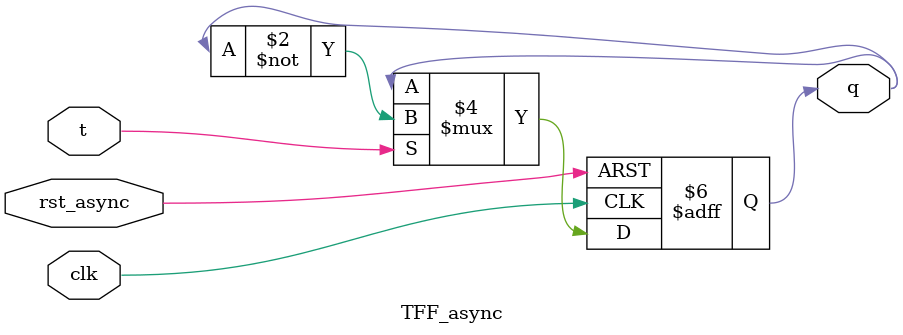
<source format=v>
module TFF_async (
	input wire clk,
	input wire rst_async, 
	input wire t,
	output reg q
);

	always @(posedge clk or posedge rst_async) begin
		if (rst_async)
			q <= 1'b0;       
		else if (t)
			q <= ~q;         
		else
			q <= q;          
	end

endmodule


</source>
